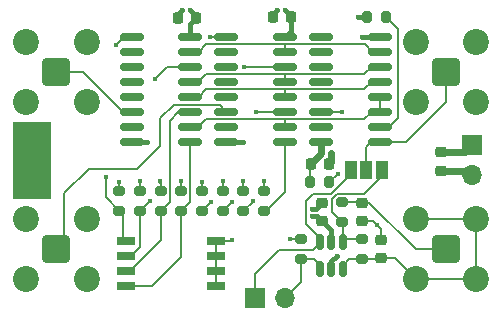
<source format=gbr>
%TF.GenerationSoftware,KiCad,Pcbnew,9.0.0*%
%TF.CreationDate,2026-01-11T13:31:27+01:00*%
%TF.ProjectId,ldc_tdc_driver,6c64635f-7464-4635-9f64-72697665722e,rev?*%
%TF.SameCoordinates,Original*%
%TF.FileFunction,Copper,L1,Top*%
%TF.FilePolarity,Positive*%
%FSLAX46Y46*%
G04 Gerber Fmt 4.6, Leading zero omitted, Abs format (unit mm)*
G04 Created by KiCad (PCBNEW 9.0.0) date 2026-01-11 13:31:27*
%MOMM*%
%LPD*%
G01*
G04 APERTURE LIST*
G04 Aperture macros list*
%AMRoundRect*
0 Rectangle with rounded corners*
0 $1 Rounding radius*
0 $2 $3 $4 $5 $6 $7 $8 $9 X,Y pos of 4 corners*
0 Add a 4 corners polygon primitive as box body*
4,1,4,$2,$3,$4,$5,$6,$7,$8,$9,$2,$3,0*
0 Add four circle primitives for the rounded corners*
1,1,$1+$1,$2,$3*
1,1,$1+$1,$4,$5*
1,1,$1+$1,$6,$7*
1,1,$1+$1,$8,$9*
0 Add four rect primitives between the rounded corners*
20,1,$1+$1,$2,$3,$4,$5,0*
20,1,$1+$1,$4,$5,$6,$7,0*
20,1,$1+$1,$6,$7,$8,$9,0*
20,1,$1+$1,$8,$9,$2,$3,0*%
G04 Aperture macros list end*
%TA.AperFunction,ComponentPad*%
%ADD10R,1.700000X1.700000*%
%TD*%
%TA.AperFunction,ComponentPad*%
%ADD11O,1.700000X1.700000*%
%TD*%
%TA.AperFunction,SMDPad,CuDef*%
%ADD12RoundRect,0.200000X0.275000X-0.200000X0.275000X0.200000X-0.275000X0.200000X-0.275000X-0.200000X0*%
%TD*%
%TA.AperFunction,ComponentPad*%
%ADD13RoundRect,0.200100X-0.949900X0.949900X-0.949900X-0.949900X0.949900X-0.949900X0.949900X0.949900X0*%
%TD*%
%TA.AperFunction,ComponentPad*%
%ADD14C,2.200000*%
%TD*%
%TA.AperFunction,SMDPad,CuDef*%
%ADD15RoundRect,0.150000X-0.825000X-0.150000X0.825000X-0.150000X0.825000X0.150000X-0.825000X0.150000X0*%
%TD*%
%TA.AperFunction,SMDPad,CuDef*%
%ADD16RoundRect,0.225000X0.250000X-0.225000X0.250000X0.225000X-0.250000X0.225000X-0.250000X-0.225000X0*%
%TD*%
%TA.AperFunction,SMDPad,CuDef*%
%ADD17R,1.000000X1.500000*%
%TD*%
%TA.AperFunction,SMDPad,CuDef*%
%ADD18RoundRect,0.190000X0.610000X0.190000X-0.610000X0.190000X-0.610000X-0.190000X0.610000X-0.190000X0*%
%TD*%
%TA.AperFunction,SMDPad,CuDef*%
%ADD19RoundRect,0.225000X-0.225000X-0.250000X0.225000X-0.250000X0.225000X0.250000X-0.225000X0.250000X0*%
%TD*%
%TA.AperFunction,SMDPad,CuDef*%
%ADD20RoundRect,0.225000X-0.250000X0.225000X-0.250000X-0.225000X0.250000X-0.225000X0.250000X0.225000X0*%
%TD*%
%TA.AperFunction,SMDPad,CuDef*%
%ADD21RoundRect,0.200000X-0.200000X-0.275000X0.200000X-0.275000X0.200000X0.275000X-0.200000X0.275000X0*%
%TD*%
%TA.AperFunction,SMDPad,CuDef*%
%ADD22RoundRect,0.150000X0.150000X-0.512500X0.150000X0.512500X-0.150000X0.512500X-0.150000X-0.512500X0*%
%TD*%
%TA.AperFunction,SMDPad,CuDef*%
%ADD23RoundRect,0.200000X0.200000X0.275000X-0.200000X0.275000X-0.200000X-0.275000X0.200000X-0.275000X0*%
%TD*%
%TA.AperFunction,SMDPad,CuDef*%
%ADD24RoundRect,0.150000X0.825000X0.150000X-0.825000X0.150000X-0.825000X-0.150000X0.825000X-0.150000X0*%
%TD*%
%TA.AperFunction,SMDPad,CuDef*%
%ADD25RoundRect,0.200000X-0.275000X0.200000X-0.275000X-0.200000X0.275000X-0.200000X0.275000X0.200000X0*%
%TD*%
%TA.AperFunction,SMDPad,CuDef*%
%ADD26RoundRect,0.225000X0.225000X0.250000X-0.225000X0.250000X-0.225000X-0.250000X0.225000X-0.250000X0*%
%TD*%
%TA.AperFunction,ComponentPad*%
%ADD27RoundRect,0.200100X0.949900X-0.949900X0.949900X0.949900X-0.949900X0.949900X-0.949900X-0.949900X0*%
%TD*%
%TA.AperFunction,ViaPad*%
%ADD28C,0.450000*%
%TD*%
%TA.AperFunction,Conductor*%
%ADD29C,0.200000*%
%TD*%
%TA.AperFunction,Conductor*%
%ADD30C,0.600000*%
%TD*%
%TA.AperFunction,Conductor*%
%ADD31C,0.127000*%
%TD*%
%TA.AperFunction,Conductor*%
%ADD32C,0.400000*%
%TD*%
G04 APERTURE END LIST*
D10*
%TO.P,J2,1,Pin_1*%
%TO.N,+3V3*%
X169189400Y-52197000D03*
D11*
%TO.P,J2,2,Pin_2*%
%TO.N,GND*%
X169189400Y-54737000D03*
%TD*%
D12*
%TO.P,R33,1*%
%TO.N,/B2_START*%
X148037550Y-57771800D03*
%TO.P,R33,2*%
%TO.N,GND*%
X148037550Y-56121800D03*
%TD*%
D13*
%TO.P,J6,1,In*%
%TO.N,Net-(J6-In)*%
X166940800Y-61000000D03*
D14*
%TO.P,J6,2,Ext*%
%TO.N,Net-(J6-Ext)*%
X169490800Y-58450000D03*
X164390800Y-58450000D03*
X169490800Y-63550000D03*
X164390800Y-63550000D03*
%TD*%
D15*
%TO.P,U3,1,B3*%
%TO.N,/B3_START*%
X148362900Y-43027600D03*
%TO.P,U3,2,Ia<b*%
%TO.N,unconnected-(U3-Ia&lt;b-Pad2)*%
X148362900Y-44297600D03*
%TO.P,U3,3,Ia=b*%
%TO.N,unconnected-(U3-Ia=b-Pad3)*%
X148362900Y-45567600D03*
%TO.P,U3,4,Ia>b*%
%TO.N,unconnected-(U3-Ia&gt;b-Pad4)*%
X148362900Y-46837600D03*
%TO.P,U3,5,Oa>b*%
%TO.N,unconnected-(U3-Oa&gt;b-Pad5)*%
X148362900Y-48107600D03*
%TO.P,U3,6,Oa=b*%
%TO.N,/START*%
X148362900Y-49377600D03*
%TO.P,U3,7,Oa<b*%
%TO.N,unconnected-(U3-Oa&lt;b-Pad7)*%
X148362900Y-50647600D03*
%TO.P,U3,8,GND*%
%TO.N,GND*%
X148362900Y-51917600D03*
%TO.P,U3,9,B0*%
%TO.N,/B0_START*%
X153312900Y-51917600D03*
%TO.P,U3,10,A0*%
%TO.N,/BCD0*%
X153312900Y-50647600D03*
%TO.P,U3,11,B1*%
%TO.N,/B1_START*%
X153312900Y-49377600D03*
%TO.P,U3,12,A1*%
%TO.N,/BCD1*%
X153312900Y-48107600D03*
%TO.P,U3,13,A2*%
%TO.N,/BCD2*%
X153312900Y-46837600D03*
%TO.P,U3,14,B2*%
%TO.N,/B2_START*%
X153312900Y-45567600D03*
%TO.P,U3,15,A3*%
%TO.N,/BCD3*%
X153312900Y-44297600D03*
%TO.P,U3,16,VCC*%
%TO.N,+3V3*%
X153312900Y-43027600D03*
%TD*%
D16*
%TO.P,C44,1*%
%TO.N,+3V3*%
X156464000Y-58636200D03*
%TO.P,C44,2*%
%TO.N,GND*%
X156464000Y-57086200D03*
%TD*%
D15*
%TO.P,U4,1,B3*%
%TO.N,/B3_STOP*%
X140323800Y-43027600D03*
%TO.P,U4,2,Ia<b*%
%TO.N,unconnected-(U4-Ia&lt;b-Pad2)*%
X140323800Y-44297600D03*
%TO.P,U4,3,Ia=b*%
%TO.N,unconnected-(U4-Ia=b-Pad3)*%
X140323800Y-45567600D03*
%TO.P,U4,4,Ia>b*%
%TO.N,unconnected-(U4-Ia&gt;b-Pad4)*%
X140323800Y-46837600D03*
%TO.P,U4,5,Oa>b*%
%TO.N,unconnected-(U4-Oa&gt;b-Pad5)*%
X140323800Y-48107600D03*
%TO.P,U4,6,Oa=b*%
%TO.N,/STOP*%
X140323800Y-49377600D03*
%TO.P,U4,7,Oa<b*%
%TO.N,unconnected-(U4-Oa&lt;b-Pad7)*%
X140323800Y-50647600D03*
%TO.P,U4,8,GND*%
%TO.N,GND*%
X140323800Y-51917600D03*
%TO.P,U4,9,B0*%
%TO.N,/B0_STOP*%
X145273800Y-51917600D03*
%TO.P,U4,10,A0*%
%TO.N,/BCD0*%
X145273800Y-50647600D03*
%TO.P,U4,11,B1*%
%TO.N,/B1_STOP*%
X145273800Y-49377600D03*
%TO.P,U4,12,A1*%
%TO.N,/BCD1*%
X145273800Y-48107600D03*
%TO.P,U4,13,A2*%
%TO.N,/BCD2*%
X145273800Y-46837600D03*
%TO.P,U4,14,B2*%
%TO.N,/B2_STOP*%
X145273800Y-45567600D03*
%TO.P,U4,15,A3*%
%TO.N,/BCD3*%
X145273800Y-44297600D03*
%TO.P,U4,16,VCC*%
%TO.N,+3V3*%
X145273800Y-43027600D03*
%TD*%
D12*
%TO.P,R7,1*%
%TO.N,Net-(J6-Ext)*%
X159858000Y-61831500D03*
%TO.P,R7,2*%
%TO.N,Net-(JP3-B)*%
X159858000Y-60181500D03*
%TD*%
D17*
%TO.P,JP3,1,A*%
%TO.N,Net-(J3-Pin_1)*%
X158918600Y-54305200D03*
%TO.P,JP3,2,C*%
%TO.N,Net-(J9-In)*%
X160218600Y-54305200D03*
%TO.P,JP3,3,B*%
%TO.N,Net-(JP3-B)*%
X161518600Y-54305200D03*
%TD*%
D12*
%TO.P,R30,1*%
%TO.N,/B3_STOP*%
X139290425Y-57771800D03*
%TO.P,R30,2*%
%TO.N,GND*%
X139290425Y-56121800D03*
%TD*%
D18*
%TO.P,SW1,1*%
%TO.N,+3V3*%
X147469200Y-64084200D03*
%TO.P,SW1,2*%
X147469200Y-62814200D03*
%TO.P,SW1,3*%
X147469200Y-61544200D03*
%TO.P,SW1,4*%
X147469200Y-60274200D03*
%TO.P,SW1,5*%
%TO.N,/B3_STOP*%
X139849200Y-60274200D03*
%TO.P,SW1,6*%
%TO.N,/B2_STOP*%
X139849200Y-61544200D03*
%TO.P,SW1,7*%
%TO.N,/B1_STOP*%
X139849200Y-62814200D03*
%TO.P,SW1,8*%
%TO.N,/B0_STOP*%
X139849200Y-64084200D03*
%TD*%
D19*
%TO.P,C45,1*%
%TO.N,+3V3*%
X155485800Y-53797200D03*
%TO.P,C45,2*%
%TO.N,GND*%
X157035800Y-53797200D03*
%TD*%
D20*
%TO.P,C34,1*%
%TO.N,GND*%
X161467800Y-60231500D03*
%TO.P,C34,2*%
%TO.N,Net-(J6-Ext)*%
X161467800Y-61781500D03*
%TD*%
D12*
%TO.P,R29,1*%
%TO.N,/B1_STOP*%
X142789275Y-57771800D03*
%TO.P,R29,2*%
%TO.N,GND*%
X142789275Y-56121800D03*
%TD*%
D20*
%TO.P,C29,1*%
%TO.N,+3V3*%
X166497000Y-52819000D03*
%TO.P,C29,2*%
%TO.N,GND*%
X166497000Y-54369000D03*
%TD*%
D21*
%TO.P,R27,1*%
%TO.N,+3V3*%
X155435800Y-55346600D03*
%TO.P,R27,2*%
%TO.N,Net-(U2B-MR)*%
X157085800Y-55346600D03*
%TD*%
D22*
%TO.P,U1,1*%
%TO.N,Net-(J3-Pin_2)*%
X156301400Y-62714000D03*
%TO.P,U1,2,GND*%
%TO.N,GND*%
X157251400Y-62714000D03*
%TO.P,U1,3*%
%TO.N,Net-(J6-Ext)*%
X158201400Y-62714000D03*
%TO.P,U1,4*%
%TO.N,Net-(JP3-B)*%
X158201400Y-60439000D03*
%TO.P,U1,5,VCC*%
%TO.N,+3V3*%
X157251400Y-60439000D03*
%TO.P,U1,6*%
%TO.N,Net-(J3-Pin_1)*%
X156301400Y-60439000D03*
%TD*%
D12*
%TO.P,R31,1*%
%TO.N,/B2_STOP*%
X141039850Y-57771800D03*
%TO.P,R31,2*%
%TO.N,GND*%
X141039850Y-56121800D03*
%TD*%
%TO.P,R28,1*%
%TO.N,/B0_STOP*%
X144538700Y-57771800D03*
%TO.P,R28,2*%
%TO.N,GND*%
X144538700Y-56121800D03*
%TD*%
D23*
%TO.P,R26,1*%
%TO.N,Net-(U2A-MR)*%
X161907800Y-41376600D03*
%TO.P,R26,2*%
%TO.N,GND*%
X160257800Y-41376600D03*
%TD*%
D24*
%TO.P,U2,1,~{CP0}*%
%TO.N,Net-(J9-In)*%
X161337800Y-51917600D03*
%TO.P,U2,2,MR*%
%TO.N,Net-(U2A-MR)*%
X161337800Y-50647600D03*
%TO.P,U2,3,Q0*%
%TO.N,/BCD0*%
X161337800Y-49377600D03*
%TO.P,U2,4,~{CP1}*%
X161337800Y-48107600D03*
%TO.P,U2,5,Q1*%
%TO.N,/BCD1*%
X161337800Y-46837600D03*
%TO.P,U2,6,Q2*%
%TO.N,/BCD2*%
X161337800Y-45567600D03*
%TO.P,U2,7,Q3*%
%TO.N,/BCD3*%
X161337800Y-44297600D03*
%TO.P,U2,8,GND*%
%TO.N,GND*%
X161337800Y-43027600D03*
%TO.P,U2,9,Q3*%
%TO.N,unconnected-(U2B-Q3-Pad9)*%
X156387800Y-43027600D03*
%TO.P,U2,10,Q2*%
%TO.N,unconnected-(U2B-Q2-Pad10)*%
X156387800Y-44297600D03*
%TO.P,U2,11,Q1*%
%TO.N,unconnected-(U2B-Q1-Pad11)*%
X156387800Y-45567600D03*
%TO.P,U2,12,~{CP1}*%
%TO.N,unconnected-(U2B-~{CP1}-Pad12)*%
X156387800Y-46837600D03*
%TO.P,U2,13,Q0*%
%TO.N,unconnected-(U2B-Q0-Pad13)*%
X156387800Y-48107600D03*
%TO.P,U2,14,MR*%
%TO.N,Net-(U2B-MR)*%
X156387800Y-49377600D03*
%TO.P,U2,15,~{CP0}*%
%TO.N,unconnected-(U2B-~{CP0}-Pad15)*%
X156387800Y-50647600D03*
%TO.P,U2,16,VCC*%
%TO.N,+3V3*%
X156387800Y-51917600D03*
%TD*%
D25*
%TO.P,R34,1*%
%TO.N,Net-(J6-In)*%
X158161000Y-57036000D03*
%TO.P,R34,2*%
%TO.N,Net-(JP3-B)*%
X158161000Y-58686000D03*
%TD*%
D10*
%TO.P,J3,1,Pin_1*%
%TO.N,Net-(J3-Pin_1)*%
X150743600Y-65176800D03*
D11*
%TO.P,J3,2,Pin_2*%
%TO.N,Net-(J3-Pin_2)*%
X153283600Y-65176800D03*
%TD*%
D12*
%TO.P,R32,1*%
%TO.N,/B3_START*%
X146288125Y-57771800D03*
%TO.P,R32,2*%
%TO.N,GND*%
X146288125Y-56121800D03*
%TD*%
D13*
%TO.P,J9,1,In*%
%TO.N,Net-(J9-In)*%
X166940800Y-46000000D03*
D14*
%TO.P,J9,2,Ext*%
%TO.N,GND*%
X169490800Y-43450000D03*
X164390800Y-43450000D03*
X169490800Y-48550000D03*
X164390800Y-48550000D03*
%TD*%
D26*
%TO.P,C46,1*%
%TO.N,+3V3*%
X153832900Y-41376600D03*
%TO.P,C46,2*%
%TO.N,GND*%
X152282900Y-41376600D03*
%TD*%
D27*
%TO.P,J8,1,In*%
%TO.N,/STOP*%
X133973000Y-46000000D03*
D14*
%TO.P,J8,2,Ext*%
%TO.N,GND*%
X131423000Y-48550000D03*
X136523000Y-48550000D03*
X131423000Y-43450000D03*
X136523000Y-43450000D03*
%TD*%
D12*
%TO.P,R36,1*%
%TO.N,/B0_START*%
X151536400Y-57771800D03*
%TO.P,R36,2*%
%TO.N,GND*%
X151536400Y-56121800D03*
%TD*%
D26*
%TO.P,C47,1*%
%TO.N,+3V3*%
X145793800Y-41402000D03*
%TO.P,C47,2*%
%TO.N,GND*%
X144243800Y-41402000D03*
%TD*%
D12*
%TO.P,R35,1*%
%TO.N,/B1_START*%
X149786975Y-57771800D03*
%TO.P,R35,2*%
%TO.N,GND*%
X149786975Y-56121800D03*
%TD*%
D16*
%TO.P,C33,1*%
%TO.N,GND*%
X159858000Y-58636000D03*
%TO.P,C33,2*%
%TO.N,Net-(J6-In)*%
X159858000Y-57086000D03*
%TD*%
D12*
%TO.P,R25,1*%
%TO.N,Net-(J3-Pin_2)*%
X154635200Y-61831500D03*
%TO.P,R25,2*%
%TO.N,GND*%
X154635200Y-60181500D03*
%TD*%
D27*
%TO.P,J7,1,In*%
%TO.N,/START*%
X133973000Y-61000000D03*
D14*
%TO.P,J7,2,Ext*%
%TO.N,GND*%
X131423000Y-63550000D03*
X136523000Y-63550000D03*
X131423000Y-58450000D03*
X136523000Y-58450000D03*
%TD*%
D28*
%TO.N,GND*%
X157200600Y-52857400D03*
X159486600Y-41376600D03*
X141630400Y-51917600D03*
X161112200Y-58978800D03*
X141020800Y-55270400D03*
X131775200Y-51358800D03*
X157683200Y-61595000D03*
X151536400Y-55219600D03*
X142773400Y-55270400D03*
X144526000Y-55270400D03*
X148031200Y-55245000D03*
X149783800Y-55219600D03*
X152639998Y-40730944D03*
X149758400Y-51917600D03*
X155608448Y-57569467D03*
X146304000Y-55295800D03*
X144637997Y-40725000D03*
X153720800Y-60181500D03*
X131775200Y-55270400D03*
X139293600Y-55321200D03*
X159867600Y-43002200D03*
%TO.N,+3V3*%
X153289000Y-40767000D03*
X148844000Y-60223400D03*
X156387800Y-52806600D03*
X145288000Y-40725000D03*
X155602446Y-58219442D03*
%TO.N,Net-(U2B-MR)*%
X157784800Y-54660800D03*
X158140400Y-49377600D03*
%TO.N,/B3_STOP*%
X138125200Y-54889400D03*
X138988800Y-43688000D03*
%TO.N,/B2_STOP*%
X141909800Y-56896000D03*
X142341600Y-46558200D03*
%TO.N,/B3_START*%
X147066000Y-56972200D03*
X146989800Y-43027600D03*
%TO.N,/B2_START*%
X149860000Y-45567600D03*
X148793200Y-57023000D03*
%TO.N,/B1_START*%
X150876000Y-49377600D03*
X150571200Y-56946800D03*
%TD*%
D29*
%TO.N,GND*%
X161467800Y-60231500D02*
X161467800Y-59334400D01*
D30*
X168821400Y-54369000D02*
X169189400Y-54737000D01*
D31*
X139293600Y-55321200D02*
X139293600Y-56118625D01*
X142773400Y-55365650D02*
X142789275Y-55381525D01*
D29*
X160769400Y-58636000D02*
X161112200Y-58978800D01*
D32*
X148362900Y-51917600D02*
X149758400Y-51917600D01*
D29*
X159858000Y-58636000D02*
X160769400Y-58636000D01*
D30*
X166497000Y-54369000D02*
X168821400Y-54369000D01*
D31*
X142773400Y-55270400D02*
X142773400Y-55365650D01*
D32*
X144243800Y-41402000D02*
X144243800Y-41119197D01*
D30*
X157200600Y-53632400D02*
X157200600Y-52857400D01*
D29*
X161467800Y-59334400D02*
X161112200Y-58978800D01*
D31*
X144526000Y-55346600D02*
X144538700Y-55359300D01*
D32*
X159486600Y-41376600D02*
X160257800Y-41376600D01*
D31*
X144538700Y-55359300D02*
X144538700Y-56121800D01*
D32*
X159893000Y-43027600D02*
X159867600Y-43002200D01*
X140323800Y-51917600D02*
X141630400Y-51917600D01*
X144243800Y-41119197D02*
X144637997Y-40725000D01*
D31*
X144526000Y-55270400D02*
X144526000Y-55346600D01*
X146288125Y-56121800D02*
X146288125Y-55311675D01*
D32*
X152282900Y-41376600D02*
X152282900Y-41088042D01*
X152282900Y-41088042D02*
X152639998Y-40730944D01*
D31*
X149786975Y-55222775D02*
X149786975Y-56121800D01*
X148037550Y-55251350D02*
X148037550Y-56121800D01*
X141039850Y-55289450D02*
X141020800Y-55270400D01*
X139293600Y-56118625D02*
X139290425Y-56121800D01*
D32*
X157251400Y-62026800D02*
X157683200Y-61595000D01*
D31*
X149783800Y-55219600D02*
X149786975Y-55222775D01*
D32*
X161337800Y-43027600D02*
X159893000Y-43027600D01*
D31*
X151536400Y-56121800D02*
X151536400Y-55219600D01*
D32*
X155980733Y-57569467D02*
X156464000Y-57086200D01*
D31*
X148031200Y-55245000D02*
X148037550Y-55251350D01*
X146288125Y-55311675D02*
X146304000Y-55295800D01*
D32*
X157251400Y-62714000D02*
X157251400Y-62026800D01*
D31*
X148037550Y-56170762D02*
X148031200Y-56177112D01*
X142789275Y-55381525D02*
X142789275Y-56121800D01*
D32*
X155608448Y-57569467D02*
X155980733Y-57569467D01*
D31*
X141039850Y-56121800D02*
X141039850Y-55289450D01*
D30*
X157035800Y-53797200D02*
X157200600Y-53632400D01*
D29*
X153720800Y-60181500D02*
X154635200Y-60181500D01*
D30*
%TO.N,+3V3*%
X168567400Y-52819000D02*
X169189400Y-52197000D01*
D32*
X153832900Y-42507600D02*
X153312900Y-43027600D01*
D29*
X155435800Y-53847200D02*
X155485800Y-53797200D01*
D30*
X156387800Y-52806600D02*
X156387800Y-52895200D01*
D32*
X153832900Y-41310900D02*
X153289000Y-40767000D01*
D31*
X147469200Y-60274200D02*
X148793200Y-60274200D01*
D32*
X153832900Y-41376600D02*
X153832900Y-41310900D01*
D30*
X156387800Y-52895200D02*
X155485800Y-53797200D01*
D32*
X145793800Y-41402000D02*
X145273800Y-41922000D01*
X155605088Y-58216800D02*
X156044600Y-58216800D01*
X145793800Y-41402000D02*
X145793800Y-41230800D01*
D30*
X166497000Y-52819000D02*
X168567400Y-52819000D01*
D32*
X153832900Y-41376600D02*
X153832900Y-42507600D01*
X156044600Y-58216800D02*
X156464000Y-58636200D01*
X145793800Y-41230800D02*
X145288000Y-40725000D01*
D29*
X155435800Y-55346600D02*
X155435800Y-53847200D01*
D32*
X157251400Y-60439000D02*
X157251400Y-59423600D01*
X155602446Y-58219442D02*
X155605088Y-58216800D01*
X145273800Y-41922000D02*
X145273800Y-43027600D01*
D31*
X147469200Y-64084200D02*
X147469200Y-60274200D01*
X148793200Y-60274200D02*
X148844000Y-60223400D01*
D30*
X156387800Y-51917600D02*
X156387800Y-52806600D01*
D32*
X157251400Y-59423600D02*
X156464000Y-58636200D01*
D29*
%TO.N,Net-(J6-In)*%
X159858000Y-57086000D02*
X160464000Y-57086000D01*
X158161000Y-57036000D02*
X159808000Y-57036000D01*
X164378000Y-61000000D02*
X166940800Y-61000000D01*
X160464000Y-57086000D02*
X164378000Y-61000000D01*
X159808000Y-57036000D02*
X159858000Y-57086000D01*
%TO.N,Net-(J6-Ext)*%
X162622300Y-61781500D02*
X161467800Y-61781500D01*
X158201400Y-62397600D02*
X158201400Y-62714000D01*
X159858000Y-61831500D02*
X158767500Y-61831500D01*
X158767500Y-61831500D02*
X158201400Y-62397600D01*
X169490800Y-63550000D02*
X164390800Y-63550000D01*
X169490800Y-58450000D02*
X169490800Y-63550000D01*
X164390800Y-63550000D02*
X162622300Y-61781500D01*
X161417800Y-61831500D02*
X161467800Y-61781500D01*
X159858000Y-61831500D02*
X161417800Y-61831500D01*
X164390800Y-58450000D02*
X169490800Y-58450000D01*
D31*
%TO.N,Net-(J3-Pin_1)*%
X156260800Y-60045600D02*
X156260800Y-60426600D01*
D29*
X150743600Y-65176800D02*
X150743600Y-63099000D01*
D31*
X155092400Y-58451858D02*
X155092400Y-58877200D01*
D29*
X150743600Y-63099000D02*
X152806400Y-61036200D01*
D31*
X155060100Y-58419558D02*
X155092400Y-58451858D01*
X155092400Y-56921400D02*
X155092400Y-57981742D01*
X155060100Y-58014042D02*
X155060100Y-58419558D01*
X158918600Y-54305200D02*
X158918600Y-54651244D01*
X155676600Y-56337200D02*
X155092400Y-56921400D01*
X157232644Y-56337200D02*
X155676600Y-56337200D01*
X155092400Y-58877200D02*
X156260800Y-60045600D01*
X155092400Y-57981742D02*
X155060100Y-58014042D01*
D29*
X155704200Y-61036200D02*
X156301400Y-60439000D01*
X152806400Y-61036200D02*
X155704200Y-61036200D01*
D31*
X158918600Y-54651244D02*
X157232644Y-56337200D01*
D29*
%TO.N,Net-(J3-Pin_2)*%
X156286200Y-62357000D02*
X156286200Y-62407800D01*
X154635200Y-63825200D02*
X153283600Y-65176800D01*
X154635200Y-61831500D02*
X155760700Y-61831500D01*
X155760700Y-61831500D02*
X156286200Y-62357000D01*
X154635200Y-61831500D02*
X154635200Y-63825200D01*
D31*
%TO.N,/START*%
X147798400Y-48813100D02*
X143896700Y-48813100D01*
X142773400Y-52247800D02*
X140792200Y-54229000D01*
X136702800Y-54229000D02*
X134645400Y-56286400D01*
X140792200Y-54229000D02*
X136702800Y-54229000D01*
X134645400Y-56286400D02*
X134645400Y-60327600D01*
X143896700Y-48813100D02*
X142773400Y-49936400D01*
X134645400Y-60327600D02*
X133973000Y-61000000D01*
X142773400Y-49936400D02*
X142773400Y-52247800D01*
X148362900Y-49377600D02*
X147798400Y-48813100D01*
%TO.N,/STOP*%
X140323800Y-49377600D02*
X139623800Y-49377600D01*
X136246200Y-46000000D02*
X133973000Y-46000000D01*
X139623800Y-49377600D02*
X136246200Y-46000000D01*
%TO.N,Net-(U2A-MR)*%
X161337800Y-50647600D02*
X162102800Y-50647600D01*
X162864800Y-49885600D02*
X162864800Y-42333600D01*
X162102800Y-50647600D02*
X162864800Y-49885600D01*
X162864800Y-42333600D02*
X161907800Y-41376600D01*
%TO.N,Net-(U2B-MR)*%
X156387800Y-49377600D02*
X158140400Y-49377600D01*
X157771600Y-54660800D02*
X157085800Y-55346600D01*
X157784800Y-54660800D02*
X157771600Y-54660800D01*
%TO.N,/B0_STOP*%
X139849200Y-64084200D02*
X142087600Y-64084200D01*
X144538700Y-61633100D02*
X144538700Y-57771800D01*
X142087600Y-64084200D02*
X144538700Y-61633100D01*
X145273800Y-51917600D02*
X145278200Y-51922000D01*
X145278200Y-57032300D02*
X144538700Y-57771800D01*
X145278200Y-51922000D02*
X145278200Y-57032300D01*
%TO.N,/B1_STOP*%
X143560800Y-57000275D02*
X142789275Y-57771800D01*
X140233400Y-62814200D02*
X142789275Y-60258325D01*
X142789275Y-60258325D02*
X142789275Y-57771800D01*
X142789275Y-57771800D02*
X142789275Y-57718325D01*
X143560800Y-50115601D02*
X143560800Y-57000275D01*
X139849200Y-62814200D02*
X140233400Y-62814200D01*
X144298801Y-49377600D02*
X143560800Y-50115601D01*
X145273800Y-49377600D02*
X144298801Y-49377600D01*
%TO.N,/B3_STOP*%
X139573000Y-58054375D02*
X139573000Y-59998000D01*
X139573000Y-59998000D02*
X139849200Y-60274200D01*
X139290425Y-57771800D02*
X138150600Y-56631975D01*
X139290425Y-57771800D02*
X139573000Y-58054375D01*
X138988800Y-43688000D02*
X139649200Y-43027600D01*
X138150600Y-56631975D02*
X138150600Y-54914800D01*
X138150600Y-54914800D02*
X138125200Y-54889400D01*
%TO.N,/B2_STOP*%
X141039850Y-60788550D02*
X140284200Y-61544200D01*
X140284200Y-61544200D02*
X139849200Y-61544200D01*
X143332200Y-45567600D02*
X142341600Y-46558200D01*
X141909800Y-56896000D02*
X141198600Y-57607200D01*
X145273800Y-45567600D02*
X143332200Y-45567600D01*
X141039850Y-57771800D02*
X141039850Y-60788550D01*
X141198600Y-57607200D02*
X141198600Y-57785000D01*
%TO.N,/B3_START*%
X146288125Y-57750075D02*
X146288125Y-57771800D01*
X148362900Y-43027600D02*
X146989800Y-43027600D01*
X147066000Y-56972200D02*
X146288125Y-57750075D01*
%TO.N,/B2_START*%
X153312900Y-45567600D02*
X149860000Y-45567600D01*
X148037550Y-57771800D02*
X148044400Y-57771800D01*
X148044400Y-57771800D02*
X148793200Y-57023000D01*
%TO.N,/B1_START*%
X150571200Y-56946800D02*
X150571200Y-56987575D01*
X153312900Y-49377600D02*
X150876000Y-49377600D01*
X150571200Y-56987575D02*
X149786975Y-57771800D01*
%TO.N,/B0_START*%
X153312900Y-56135500D02*
X151676600Y-57771800D01*
X151676600Y-57771800D02*
X151536400Y-57771800D01*
X153312900Y-51917600D02*
X153312900Y-56135500D01*
D29*
%TO.N,/BCD2*%
X160045400Y-46202600D02*
X153492200Y-46202600D01*
X160680400Y-45567600D02*
X160045400Y-46202600D01*
X153312900Y-46202600D02*
X153312900Y-46837600D01*
X161337800Y-45567600D02*
X160680400Y-45567600D01*
X153492200Y-46202600D02*
X153312900Y-46202600D01*
X146608800Y-46202600D02*
X146202400Y-46609000D01*
X153492200Y-46202600D02*
X146608800Y-46202600D01*
%TO.N,/BCD0*%
X160045400Y-50012600D02*
X160578800Y-49479200D01*
X154051000Y-50012600D02*
X160045400Y-50012600D01*
X145973800Y-50647600D02*
X145923000Y-50647600D01*
X161337800Y-48107600D02*
X161337800Y-49377600D01*
X160578800Y-49479200D02*
X160680400Y-49479200D01*
X154051000Y-50012600D02*
X146608800Y-50012600D01*
X153312900Y-50012600D02*
X154051000Y-50012600D01*
X146608800Y-50012600D02*
X145973800Y-50647600D01*
X153312900Y-50647600D02*
X153312900Y-50012600D01*
%TO.N,/BCD1*%
X160020000Y-47472600D02*
X160655000Y-46837600D01*
X160655000Y-46837600D02*
X161337800Y-46837600D01*
X153312900Y-47474100D02*
X153314400Y-47472600D01*
X153314400Y-47472600D02*
X154838400Y-47472600D01*
X146024600Y-48107600D02*
X145273800Y-48107600D01*
X146659600Y-47472600D02*
X146024600Y-48107600D01*
X154838400Y-47472600D02*
X160020000Y-47472600D01*
X154838400Y-47472600D02*
X146659600Y-47472600D01*
X153312900Y-48107600D02*
X153312900Y-47474100D01*
%TO.N,/BCD3*%
X160070800Y-43662600D02*
X154076400Y-43662600D01*
X146634200Y-43662600D02*
X145999200Y-44297600D01*
X153312900Y-43714900D02*
X153312900Y-44297600D01*
X154076400Y-43662600D02*
X153365200Y-43662600D01*
X160705800Y-44297600D02*
X160070800Y-43662600D01*
X161337800Y-44297600D02*
X160705800Y-44297600D01*
X153365200Y-43662600D02*
X153312900Y-43714900D01*
X154076400Y-43662600D02*
X146634200Y-43662600D01*
X145999200Y-44297600D02*
X145273800Y-44297600D01*
%TO.N,Net-(JP3-B)*%
X159858000Y-60181500D02*
X158458900Y-60181500D01*
D31*
X157302200Y-56757356D02*
X157302200Y-57861200D01*
D29*
X158458900Y-60181500D02*
X158201400Y-60439000D01*
D31*
X161518600Y-54305200D02*
X161518600Y-54787800D01*
X157302200Y-57861200D02*
X158127000Y-58686000D01*
X161518600Y-54787800D02*
X159969200Y-56337200D01*
X159969200Y-56337200D02*
X157722356Y-56337200D01*
X157722356Y-56337200D02*
X157302200Y-56757356D01*
D29*
X158201400Y-60439000D02*
X158201400Y-58726400D01*
X158201400Y-58726400D02*
X158161000Y-58686000D01*
D31*
X158127000Y-58686000D02*
X158161000Y-58686000D01*
D29*
%TO.N,Net-(J9-In)*%
X160680400Y-51917600D02*
X161337800Y-51917600D01*
X163601400Y-51917600D02*
X161337800Y-51917600D01*
X160218600Y-52379400D02*
X160680400Y-51917600D01*
X166966200Y-46000000D02*
X166966200Y-48552800D01*
X166966200Y-48552800D02*
X163601400Y-51917600D01*
X160218600Y-54305200D02*
X160218600Y-52379400D01*
%TD*%
%TA.AperFunction,Conductor*%
%TO.N,GND*%
G36*
X133470839Y-50235485D02*
G01*
X133516594Y-50288289D01*
X133527800Y-50339800D01*
X133527800Y-56619600D01*
X133508115Y-56686639D01*
X133455311Y-56732394D01*
X133403800Y-56743600D01*
X130424500Y-56743600D01*
X130357461Y-56723915D01*
X130311706Y-56671111D01*
X130300500Y-56619600D01*
X130300500Y-50339800D01*
X130320185Y-50272761D01*
X130372989Y-50227006D01*
X130424500Y-50215800D01*
X133403800Y-50215800D01*
X133470839Y-50235485D01*
G37*
%TD.AperFunction*%
%TD*%
M02*

</source>
